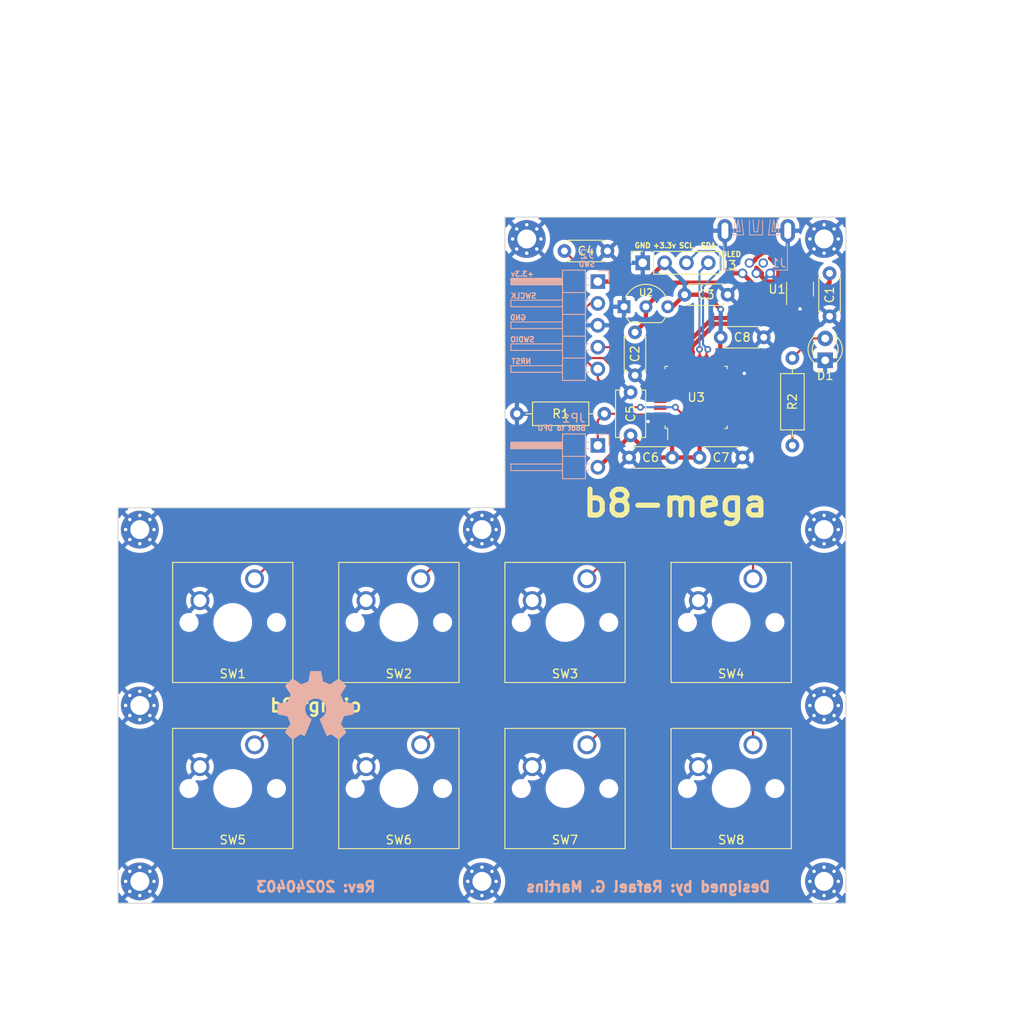
<source format=kicad_pcb>
(kicad_pcb (version 20221018) (generator pcbnew)
  (title_block (title "b8-mega") (date "2024-04-03") (rev "20240403") (comment 3 "Released under CERN Open Hardware Licence Version 2 - Strongly Reciprocal") (comment 4 "Designed by: Rafael G. Martins"))
  (layers (0 "F.Cu" signal) (31 "B.Cu" signal) (34 "B.Paste" user) (35 "F.Paste" user) (36 "B.SilkS" user "B.Silkscreen") (37 "F.SilkS" user "F.Silkscreen") (38 "B.Mask" user) (39 "F.Mask" user) (44 "Edge.Cuts" user))
  (net 0 "")
  (net 1 "GND")
  (net 2 "+3.3V")
  (net 3 "RESET")
  (net 4 "+5V")
  (net 5 "SWCLK")
  (net 6 "SWDIO")
  (net 7 "/USB_CONN_D-")
  (net 8 "/USB_CONN_D+")
  (net 10 "I2C_SCL")
  (net 11 "I2C_SDA")
  (net 12 "Net-(JP1-A)")
  (net 13 "KEY1")
  (net 14 "KEY2")
  (net 15 "KEY3")
  (net 16 "KEY4")
  (net 17 "KEY5")
  (net 18 "KEY6")
  (net 19 "KEY7")
  (net 20 "KEY8")
  (net 23 "LED")
  (net 26 "USB_D-")
  (net 27 "USB_D+")
  (net 34 "Net-(D1-A)")
  (footprint "LED_THT:LED_D3.0mm" (layer "F.Cu") (at 191.643 76.586 90)
    (fp_text reference "D1")
    (fp_text value "LED Green 3mm")
  )
  (footprint "b8:R_YAGEO_MFR-25FTE52_Horizontal" (layer "F.Cu") (at 187.833 86.487 90)
    (fp_text reference "R2")
    (fp_text value "10k")
  )
  (footprint "b8:SW_Cherry_MX_1.00u_PCB" (layer "F.Cu") (at 144.653 121.285)
    (fp_text reference "SW6")
    (fp_text value "Gateron KS-3")
  )
  (footprint "MountingHole:MountingHole_2.2mm_M2_Pad_Via" (layer "F.Cu") (at 191.516 116.713)
    (fp_text reference "H7" hide)
    (fp_text value "MountingHole_Pad")
  )
  (footprint "b8:SW_Cherry_MX_1.00u_PCB" (layer "F.Cu") (at 183.261 121.285)
    (fp_text reference "SW8")
    (fp_text value "Gateron KS-3")
  )
  (footprint "b8:SW_Cherry_MX_1.00u_PCB" (layer "F.Cu") (at 125.349 101.981)
    (fp_text reference "SW1")
    (fp_text value "Gateron KS-3")
  )
  (footprint "b8:SW_Cherry_MX_1.00u_PCB" (layer "F.Cu") (at 163.957 121.285)
    (fp_text reference "SW7")
    (fp_text value "Gateron KS-3")
  )
  (footprint "MountingHole:MountingHole_2.2mm_M2_Pad_Via" (layer "F.Cu") (at 191.516 96.266)
    (fp_text reference "H5" hide)
    (fp_text value "MountingHole_Pad")
  )
  (footprint "b8:C_TDK_FA28" (layer "F.Cu") (at 166.3446 63.881 180)
    (fp_text reference "C4")
    (fp_text value "100n")
  )
  (footprint "b8:R_YAGEO_MFR-25FTE52_Horizontal" (layer "F.Cu") (at 165.989 82.804 180)
    (fp_text reference "R1")
    (fp_text value "10k")
  )
  (footprint "b8:C_TDK_FA28" (layer "F.Cu") (at 180.3146 68.961 180)
    (fp_text reference "C3")
    (fp_text value "1u")
  )
  (footprint "b8:SW_Cherry_MX_1.00u_PCB" (layer "F.Cu") (at 163.957 101.981)
    (fp_text reference "SW3")
    (fp_text value "Gateron KS-3")
  )
  (footprint "Connector_PinSocket_2.54mm:PinSocket_1x04_P2.54mm_Vertical" (layer "F.Cu") (at 170.444 65.253 90)
    (fp_text reference "J3")
    (fp_text value "PIN S 4P")
  )
  (footprint "b8:C_TDK_FA28" (layer "F.Cu") (at 182.038 87.884 180)
    (fp_text reference "C7")
    (fp_text value "100n")
  )
  (footprint "MountingHole:MountingHole_2.2mm_M2_Pad_Via" (layer "F.Cu") (at 191.516 137.16)
    (fp_text reference "H10" hide)
    (fp_text value "MountingHole_Pad")
  )
  (footprint "b8:C_TDK_FA26" (layer "F.Cu") (at 169.037 80.304 -90)
    (fp_text reference "C5")
    (fp_text value "10u")
  )
  (footprint "b8:SW_Cherry_MX_1.00u_PCB" (layer "F.Cu") (at 125.349 121.285)
    (fp_text reference "SW5")
    (fp_text value "Gateron KS-3")
  )
  (footprint "b8:C_TDK_FA28" (layer "F.Cu") (at 184.5056 73.914 180)
    (fp_text reference "C8")
    (fp_text value "100n")
  )
  (footprint "b8:SW_Cherry_MX_1.00u_PCB" (layer "F.Cu") (at 144.653 101.981)
    (fp_text reference "SW2")
    (fp_text value "Gateron KS-3")
  )
  (footprint "MountingHole:MountingHole_2.2mm_M2_Pad_Via" (layer "F.Cu") (at 151.765 137.16)
    (fp_text reference "H9" hide)
    (fp_text value "MountingHole_Pad")
  )
  (footprint "MountingHole:MountingHole_2.2mm_M2_Pad_Via" (layer "F.Cu") (at 112.014 137.16)
    (fp_text reference "H8" hide)
    (fp_text value "MountingHole_Pad")
  )
  (footprint "b8:C_TDK_FA28" (layer "F.Cu") (at 169.545 78.3336 90)
    (fp_text reference "C2")
    (fp_text value "1u")
  )
  (footprint "MountingHole:MountingHole_2.2mm_M2_Pad_Via" (layer "F.Cu") (at 112.014 116.713)
    (fp_text reference "H6" hide)
    (fp_text value "MountingHole_Pad")
  )
  (footprint "MountingHole:MountingHole_2.2mm_M2_Pad_Via" (layer "F.Cu") (at 151.765 96.266)
    (fp_text reference "H4" hide)
    (fp_text value "MountingHole_Pad")
  )
  (footprint "Package_QFP:LQFP-32_7x7mm_P0.8mm" (layer "F.Cu") (at 176.657 80.899 90)
    (fp_text reference "U3")
    (fp_text value "STM32F042K6T6")
  )
  (footprint "MountingHole:MountingHole_2.2mm_M2_Pad_Via" (layer "F.Cu") (at 112.014 96.266)
    (fp_text reference "H3" hide)
    (fp_text value "MountingHole_Pad")
  )
  (footprint "Package_TO_SOT_THT:TO-92_Inline_Wide" (layer "F.Cu") (at 168.275 70.358)
    (fp_text reference "U2")
    (fp_text value "MCP1700-3302E")
  )
  (footprint "b8:C_TDK_FA28" (layer "F.Cu") (at 192.151 71.4756 90)
    (fp_text reference "C1")
    (fp_text value "100n")
  )
  (footprint "MountingHole:MountingHole_2.2mm_M2_Pad_Via" (layer "F.Cu") (at 156.972 62.484)
    (fp_text reference "H1" hide)
    (fp_text value "MountingHole_Pad")
  )
  (footprint "MountingHole:MountingHole_2.2mm_M2_Pad_Via" (layer "F.Cu") (at 191.516 62.484)
    (fp_text reference "H2" hide)
    (fp_text value "MountingHole_Pad")
  )
  (footprint "b8:SW_Cherry_MX_1.00u_PCB" (layer "F.Cu") (at 183.261 101.981)
    (fp_text reference "SW4")
    (fp_text value "Gateron KS-3")
  )
  (footprint "Package_TO_SOT_SMD:SOT-23-6" (layer "F.Cu") (at 188.722 68.326 90)
    (fp_text reference "U1")
    (fp_text value "USBLC6-2SC6")
  )
  (footprint "b8:C_TDK_FA28" (layer "F.Cu") (at 168.863 87.884)
    (fp_text reference "C6")
    (fp_text value "100n")
  )
  (footprint "Connector_PinHeader_2.54mm:PinHeader_1x05_P2.54mm_Horizontal" (layer "B.Cu") (at 165.227 67.437 180)
    (fp_text reference "J2")
    (fp_text value "PIN H 5P")
  )
  (footprint "Symbol:OSHW-Symbol_8.9x8mm_SilkScreen" (layer "B.Cu") (at 132.461 116.713 180)
    (fp_text reference "REF**" hide)
    (fp_text value "OSHW-Symbol_8.9x8mm_SilkScreen" hide)
  )
  (footprint "Connector_PinHeader_2.54mm:PinHeader_1x02_P2.54mm_Horizontal" (layer "B.Cu") (at 165.227 86.482 180)
    (fp_text reference "JP1")
    (fp_text value "BOOT")
  )
  (footprint "b8:USB_Mini-B_PTH" (layer "B.Cu") (at 182.042 66.476)
    (fp_text reference "J1")
    (fp_text value "USB_B_Mini" hide)
  )
  (gr_line (start 154.432 59.944) (end 154.432 93.726) (stroke (width 0.1)) (layer "Edge.Cuts"))
  (gr_line (start 109.474 139.7) (end 194.056 139.7) (stroke (width 0.1)) (layer "Edge.Cuts"))
  (gr_line (start 109.474 93.726) (end 154.432 93.726) (stroke (width 0.1)) (layer "Edge.Cuts"))
  (gr_line (start 194.056 139.7) (end 194.056 59.944) (stroke (width 0.1)) (layer "Edge.Cuts"))
  (gr_line (start 194.056 59.944) (end 154.432 59.944) (stroke (width 0.1)) (layer "Edge.Cuts"))
  (gr_line (start 109.474 93.726) (end 109.474 139.7) (stroke (width 0.1)) (layer "Edge.Cuts"))
  (gr_text "Rev: ${REVISION}" (at 132.461 137.795) (layer "B.SilkS") (effects (font (size 1.2 1.2) (thickness 0.3) bold) (justify mirror)))
  (gr_text "${COMMENT4}" (at 171.069 137.795) (layer "B.SilkS") (effects (font (size 1.2 1.2) (thickness 0.3) bold) (justify mirror)))
  (gr_text "b8.rgm.io" (at 132.461 116.713) (layer "F.SilkS") (effects (font (size 1.5 1.5) (thickness 0.3) bold)))
  (gr_text "b8-mega" (at 174.244 93.218) (layer "F.SilkS") (effects (font (size 3 3) (thickness 0.6) bold)))
  (segment (start 182.239 78.099) (end 182.245 78.105) (width 0.5) (layer "F.Cu") (net 1))
  (segment (start 180.832 78.099) (end 182.239 78.099) (width 0.5) (layer "F.Cu") (net 1))
  (segment (start 171.069 83.699) (end 172.482 83.699) (width 0.5) (layer "F.Cu") (net 1))
  (segment (start 188.722 69.4635) (end 188.722 70.612) (width 0.5) (layer "F.Cu") (net 1))
  (via (at 188.722 70.612) (size 0.8) (drill 0.4) (layers "F.Cu" "B.Cu") (net 1))
  (via (at 171.069 83.699) (size 0.8) (drill 0.4) (layers "F.Cu" "B.Cu") (net 1))
  (via (at 182.245 78.105) (size 0.8) (drill 0.4) (layers "F.Cu" "B.Cu") (net 1))
  (segment (start 173.355 70.358) (end 173.9176 70.358) (width 0.5) (layer "F.Cu") (net 2))
  (segment (start 179.457 76.724) (end 179.457 81.401) (width 0.5) (layer "F.Cu") (net 2))
  (segment (start 175.3146 68.961) (end 177.8 68.961) (width 0.5) (layer "F.Cu") (net 2))
  (segment (start 177.057 87.865) (end 177.038 87.884) (width 0.5) (layer "F.Cu") (net 2))
  (segment (start 177.057 83.801) (end 177.057 85.074) (width 0.5) (layer "F.Cu") (net 2))
  (segment (start 179.457 76.724) (end 179.457 73.9626) (width 0.5) (layer "F.Cu") (net 2))
  (segment (start 179.457 81.401) (end 177.057 83.801) (width 0.5) (layer "F.Cu") (net 2))
  (segment (start 173.9176 70.358) (end 175.3146 68.961) (width 0.5) (layer "F.Cu") (net 2))
  (segment (start 173.857 87.878) (end 173.863 87.884) (width 0.5) (layer "F.Cu") (net 2))
  (segment (start 172.984 65.253) (end 170.8 67.437) (width 0.5) (layer "F.Cu") (net 2))
  (segment (start 177.8 68.961) (end 179.5056 70.6666) (width 0.5) (layer "F.Cu") (net 2))
  (segment (start 177.038 87.884) (end 173.863 87.884) (width 0.5) (layer "F.Cu") (net 2))
  (segment (start 177.057 85.074) (end 177.057 87.865) (width 0.5) (layer "F.Cu") (net 2))
  (segment (start 170.8 67.437) (end 165.227 67.437) (width 0.5) (layer "F.Cu") (net 2))
  (segment (start 165.319 89.022) (end 165.227 89.022) (width 0.5) (layer "F.Cu") (net 2))
  (segment (start 173.857 85.074) (end 173.857 87.878) (width 0.5) (layer "F.Cu") (net 2))
  (segment (start 173.863 87.884) (end 171.617 87.884) (width 0.5) (layer "F.Cu") (net 2))
  (segment (start 171.617 87.884) (end 169.037 85.304) (width 0.5) (layer "F.Cu") (net 2))
  (segment (start 179.457 73.9626) (end 179.5056 73.914) (width 0.5) (layer "F.Cu") (net 2))
  (segment (start 169.037 85.304) (end 165.319 89.022) (width 0.5) (layer "F.Cu") (net 2))
  (via (at 179.5056 70.6666) (size 0.8) (drill 0.4) (layers "F.Cu" "B.Cu") (net 2))
  (segment (start 175.3146 68.961) (end 175.3146 67.5836) (width 0.5) (layer "B.Cu") (net 2))
  (segment (start 175.3146 67.5836) (end 172.984 65.253) (width 0.5) (layer "B.Cu") (net 2))
  (segment (start 179.5056 70.6666) (end 179.5056 73.914) (width 0.5) (layer "B.Cu") (net 2))
  (segment (start 163.165999 75.916999) (end 163.165999 65.702399) (width 0.25) (layer "F.Cu") (net 3))
  (segment (start 165.227 77.597) (end 164.846 77.597) (width 0.25) (layer "F.Cu") (net 3))
  (segment (start 176.257 85.074) (end 176.257 84.055) (width 0.25) (layer "F.Cu") (net 3))
  (segment (start 165.227 78.232) (end 164.901172 78.232) (width 0.25) (layer "F.Cu") (net 3))
  (segment (start 164.846 77.597) (end 163.165999 75.916999) (width 0.25) (layer "F.Cu") (net 3))
  (segment (start 165.227 78.232) (end 165.227 77.597) (width 0.25) (layer "F.Cu") (net 3))
  (segment (start 176.257 84.055) (end 174.244 82.042) (width 0.25) (layer "F.Cu") (net 3))
  (segment (start 170.18 82.042) (end 168.529 82.042) (width 0.25) (layer "F.Cu") (net 3))
  (segment (start 168.529 82.042) (end 165.227 78.74) (width 0.25) (layer "F.Cu") (net 3))
  (segment (start 165.227 78.74) (end 165.227 78.232) (width 0.25) (layer "F.Cu") (net 3))
  (segment (start 163.165999 65.702399) (end 161.3446 63.881) (width 0.25) (layer "F.Cu") (net 3))
  (via (at 174.244 82.042) (size 0.8) (drill 0.4) (layers "F.Cu" "B.Cu") (net 3))
  (via (at 170.18 82.042) (size 0.8) (drill 0.4) (layers "F.Cu" "B.Cu") (net 3))
  (segment (start 174.244 82.042) (end 170.18 82.042) (width 0.25) (layer "B.Cu") (net 3))
  (segment (start 170.815 70.358) (end 170.815 72.0636) (width 0.5) (layer "F.Cu") (net 4))
  (segment (start 179.451 67.564) (end 173.609 67.564) (width 0.5) (layer "F.Cu") (net 4))
  (segment (start 183.892 68.326) (end 182.042 66.476) (width 0.5) (layer "F.Cu") (net 4))
  (segment (start 188.722 67.850999) (end 188.246999 68.326) (width 0.5) (layer "F.Cu") (net 4))
  (segment (start 191.389 68.326) (end 192.151 67.564) (width 0.5) (layer "F.Cu") (net 4))
  (segment (start 192.151 67.564) (end 192.151 66.4756) (width 0.5) (layer "F.Cu") (net 4))
  (segment (start 189.23 68.326) (end 191.389 68.326) (width 0.5) (layer "F.Cu") (net 4))
  (segment (start 170.815 72.0636) (end 169.545 73.3336) (width 0.5) (layer "F.Cu") (net 4))
  (segment (start 188.246999 68.326) (end 183.892 68.326) (width 0.5) (layer "F.Cu") (net 4))
  (segment (start 180.539 66.476) (end 179.451 67.564) (width 0.5) (layer "F.Cu") (net 4))
  (segment (start 188.722 67.1885) (end 188.722 67.818) (width 0.5) (layer "F.Cu") (net 4))
  (segment (start 188.722 67.1885) (end 188.722 67.850999) (width 0.5) (layer "F.Cu") (net 4))
  (segment (start 173.609 67.564) (end 170.815 70.358) (width 0.5) (layer "F.Cu") (net 4))
  (segment (start 182.042 66.476) (end 180.539 66.476) (width 0.5) (layer "F.Cu") (net 4))
  (segment (start 188.722 67.818) (end 189.23 68.326) (width 0.5) (layer "F.Cu") (net 4))
  (segment (start 167.894 76.962) (end 166.497 76.962) (width 0.25) (layer "F.Cu") (net 5))
  (segment (start 163.576 70.739) (end 164.338 69.977) (width 0.25) (layer "F.Cu") (net 5))
  (segment (start 165.862 76.327) (end 164.155828 76.327) (width 0.25) (layer "F.Cu") (net 5))
  (segment (start 169.545 75.311) (end 167.894 76.962) (width 0.25) (layer "F.Cu") (net 5))
  (segment (start 173.609 75.311) (end 169.545 75.311) (width 0.25) (layer "F.Cu") (net 5))
  (segment (start 164.338 69.977) (end 165.227 69.977) (width 0.25) (layer "F.Cu") (net 5))
  (segment (start 173.857 75.559) (end 173.609 75.311) (width 0.25) (layer "F.Cu") (net 5))
  (segment (start 166.497 76.962) (end 165.862 76.327) (width 0.25) (layer "F.Cu") (net 5))
  (segment (start 163.576 75.747172) (end 163.576 70.739) (width 0.25) (layer "F.Cu") (net 5))
  (segment (start 164.155828 76.327) (end 163.576 75.747172) (width 0.25) (layer "F.Cu") (net 5))
  (segment (start 173.857 76.724) (end 173.857 75.559) (width 0.25) (layer "F.Cu") (net 5))
  (segment (start 169.219172 75.057) (end 165.227 75.057) (width 0.25) (layer "F.Cu") (net 6))
  (segment (start 174.657 76.724) (end 174.657 75.779172) (width 0.25) (layer "F.Cu") (net 6))
  (segment (start 173.778828 74.901) (end 169.375172 74.901) (width 0.25) (layer "F.Cu") (net 6))
  (segment (start 169.375172 74.901) (end 169.219172 75.057) (width 0.25) (layer "F.Cu") (net 6))
  (segment (start 174.657 75.779172) (end 173.778828 74.901) (width 0.25) (layer "F.Cu") (net 6))
  (segment (start 187.969692 64.059) (end 189.052 65.141308) (width 0.5) (layer "F.Cu") (net 7))
  (segment (start 184.044354 64.316) (end 184.135309 64.316) (width 0.5) (layer "F.Cu") (net 7))
  (segment (start 189.052 65.574749) (end 189.672 66.194749) (width 0.5) (layer "F.Cu") (net 7))
  (segment (start 189.672 66.194749) (end 189.672 67.1885) (width 0.5) (layer "F.Cu") (net 7))
  (segment (start 183.482 64.969309) (end 183.482 64.878354) (width 0.5) (layer "F.Cu") (net 7))
  (segment (start 183.175309 65.276) (end 183.482 64.969309) (width 0.5) (layer "F.Cu") (net 7))
  (segment (start 182.842 65.276) (end 183.175309 65.276) (width 0.5) (layer "F.Cu") (net 7))
  (segment (start 184.392309 64.059) (end 187.969692 64.059) (width 0.5) (layer "F.Cu") (net 7))
  (segment (start 184.135309 64.316) (end 184.392309 64.059) (width 0.5) (layer "F.Cu") (net 7))
  (segment (start 183.482 64.878354) (end 184.044354 64.316) (width 0.5) (layer "F.Cu") (net 7))
  (segment (start 189.052 65.141308) (end 189.052 65.574749) (width 0.5) (layer "F.Cu") (net 7))
  (segment (start 184.282 66.873646) (end 184.844354 67.436) (width 0.5) (layer "F.Cu") (net 8))
  (segment (start 184.844354 67.436) (end 185.639646 67.436) (width 0.5) (layer "F.Cu") (net 8))
  (segment (start 188.392 65.414692) (end 188.392 65.574749) (width 0.5) (layer "F.Cu") (net 8))
  (segment (start 186.202 65.678354) (end 185.242646 64.719) (width 0.5) (layer "F.Cu") (net 8))
  (segment (start 187.772 66.194749) (end 187.772 67.1885) (width 0.5) (layer "F.Cu") (net 8))
  (segment (start 186.202 66.873646) (end 186.202 65.678354) (width 0.5) (layer "F.Cu") (net 8))
  (segment (start 187.696308 64.719) (end 188.392 65.414692) (width 0.5) (layer "F.Cu") (net 8))
  (segment (start 183.642 66.476) (end 183.642 65.833646) (width 0.5) (layer "F.Cu") (net 8))
  (segment (start 185.242646 64.719) (end 187.696308 64.719) (width 0.5) (layer "F.Cu") (net 8))
  (segment (start 188.392 65.574749) (end 187.772 66.194749) (width 0.5) (layer "F.Cu") (net 8))
  (segment (start 185.639646 67.436) (end 186.202 66.873646) (width 0.5) (layer "F.Cu") (net 8))
  (segment (start 183.642 65.833646) (end 184.282 66.473646) (width 0.5) (layer "F.Cu") (net 8))
  (segment (start 184.282 66.473646) (end 184.282 66.873646) (width 0.5) (layer "F.Cu") (net 8))
  (segment (start 177.857 75.452003) (end 177.998003 75.311) (width 0.25) (layer "F.Cu") (net 10))
  (segment (start 177.857 76.724) (end 177.857 75.452003) (width 0.25) (layer "F.Cu") (net 10))
  (via (at 177.998003 75.311) (size 0.8) (drill 0.4) (layers "F.Cu" "B.Cu") (net 10))
  (segment (start 177.998003 75.302266) (end 177.448 74.752263) (width 0.25) (layer "B.Cu") (net 10))
  (segment (start 178.816 63.881) (end 176.896 63.881) (width 0.25) (layer "B.Cu") (net 10))
  (segment (start 179.451 66.04) (end 179.451 64.516) (width 0.25) (layer "B.Cu") (net 10))
  (segment (start 177.448 74.752263) (end 177.448 68.043) (width 0.25) (layer "B.Cu") (net 10))
  (segment (start 176.896 63.881) (end 175.524 65.253) (width 0.25) (layer "B.Cu") (net 10))
  (segment (start 177.998003 75.311) (end 177.998003 75.302266) (width 0.25) (layer "B.Cu") (net 10))
  (segment (start 179.451 64.516) (end 178.816 63.881) (width 0.25) (layer "B.Cu") (net 10))
  (segment (start 177.448 68.043) (end 179.451 66.04) (width 0.25) (layer "B.Cu") (net 10))
  (segment (start 177.057 76.724) (end 177.057 75.33) (width 0.25) (layer "F.Cu") (net 11))
  (segment (start 177.057 75.33) (end 177.038 75.311) (width 0.25) (layer "F.Cu") (net 11))
  (via (at 177.038 75.311) (size 0.8) (drill 0.4) (layers "F.Cu" "B.Cu") (net 11))
  (segment (start 177.038 66.279) (end 178.064 65.253) (width 0.25) (layer "B.Cu") (net 11))
  (segment (start 177.038 75.311) (end 177.038 66.279) (width 0.25) (layer "B.Cu") (net 11))
  (segment (start 165.227 86.482) (end 165.227 83.566) (width 0.25) (layer "F.Cu") (net 12))
  (segment (start 168.497 82.899) (end 168.402 82.804) (width 0.25) (layer "F.Cu") (net 12))
  (segment (start 172.482 82.899) (end 168.497 82.899) (width 0.25) (layer "F.Cu") (net 12))
  (segment (start 168.402 82.804) (end 165.989 82.804) (width 0.25) (layer "F.Cu") (net 12))
  (segment (start 165.227 83.566) (end 165.989 82.804) (width 0.25) (layer "F.Cu") (net 12))
  (segment (start 177.857 85.074) (end 177.857 85.974828) (width 0.25) (layer "F.Cu") (net 13))
  (segment (start 179.139 90.736) (end 170.336 99.539) (width 0.25) (layer "F.Cu") (net 13))
  (segment (start 170.336 99.539) (end 127.791 99.539) (width 0.25) (layer "F.Cu") (net 13))
  (segment (start 127.791 99.539) (end 125.349 101.981) (width 0.25) (layer "F.Cu") (net 13))
  (segment (start 177.857 85.974828) (end 179.139 87.256828) (width 0.25) (layer "F.Cu") (net 13))
  (segment (start 179.139 87.256828) (end 179.139 90.736) (width 0.25) (layer "F.Cu") (net 13))
  (segment (start 179.549 90.905828) (end 170.505828 99.949) (width 0.25) (layer "F.Cu") (net 14))
  (segment (start 178.657 86.195) (end 179.549 87.087) (width 0.25) (layer "F.Cu") (net 14))
  (segment (start 178.657 85.074) (end 178.657 86.195) (width 0.25) (layer "F.Cu") (net 14))
  (segment (start 146.685 99.949) (end 144.653 101.981) (width 0.25) (layer "F.Cu") (net 14))
  (segment (start 179.549 87.087) (end 179.549 90.905828) (width 0.25) (layer "F.Cu") (net 14))
  (segment (start 170.505828 99.949) (end 146.685 99.949) (width 0.25) (layer "F.Cu") (net 14))
  (segment (start 179.959 91.075656) (end 170.675656 100.359) (width 0.25) (layer "F.Cu") (net 15))
  (segment (start 170.675656 100.359) (end 165.579 100.359) (width 0.25) (layer "F.Cu") (net 15))
  (segment (start 179.457 86.415172) (end 179.959 86.917172) (width 0.25) (layer "F.Cu") (net 15))
  (segment (start 179.959 86.917172) (end 179.959 91.075656) (width 0.25) (layer "F.Cu") (net 15))
  (segment (start 165.579 100.359) (end 163.957 101.981) (width 0.25) (layer "F.Cu") (net 15))
  (segment (start 179.457 85.074) (end 179.457 86.415172) (width 0.25) (layer "F.Cu") (net 15))
  (segment (start 183.405 83.699) (end 183.907 84.201) (width 0.25) (layer "F.Cu") (net 16))
  (segment (start 183.907 84.201) (end 183.907 98.287) (width 0.25) (layer "F.Cu") (net 16))
  (segment (start 180.832 83.699) (end 183.405 83.699) (width 0.25) (layer "F.Cu") (net 16))
  (segment (start 183.261 98.933) (end 183.261 101.981) (width 0.25) (layer "F.Cu") (net 16))
  (segment (start 183.907 98.287) (end 183.261 98.933) (width 0.25) (layer "F.Cu") (net 16))
  (segment (start 184.023 115.189) (end 131.445 115.189) (width 0.25) (layer "F.Cu") (net 17))
  (segment (start 131.445 115.189) (end 125.349 121.285) (width 0.25) (layer "F.Cu") (net 17))
  (segment (start 184.317 98.211) (end 188.087 101.981) (width 0.25) (layer "F.Cu") (net 17))
  (segment (start 188.087 111.125) (end 184.023 115.189) (width 0.25) (layer "F.Cu") (net 17))
  (segment (start 188.087 101.981) (end 188.087 111.125) (width 0.25) (layer "F.Cu") (net 17))
  (segment (start 180.832 82.899) (end 183.184828 82.899) (width 0.25) (layer "F.Cu") (net 17))
  (segment (start 183.184828 82.899) (end 184.317 84.031172) (width 0.25) (layer "F.Cu") (net 17))
  (segment (start 184.317 84.031172) (end 184.317 98.211) (width 0.25) (layer "F.Cu") (net 17))
  (segment (start 184.727 83.861344) (end 184.727 98.041172) (width 0.25) (layer "F.Cu") (net 18))
  (segment (start 188.497 111.294828) (end 184.192827 115.599001) (width 0.25) (layer "F.Cu") (net 18))
  (segment (start 180.832 82.099) (end 182.964656 82.099) (width 0.25) (layer "F.Cu") (net 18))
  (segment (start 182.964656 82.099) (end 184.727 83.861344) (width 0.25) (layer "F.Cu") (net 18))
  (segment (start 150.338999 115.599001) (end 144.653 121.285) (width 0.25) (layer "F.Cu") (net 18))
  (segment (start 184.192827 115.599001) (end 150.338999 115.599001) (width 0.25) (layer "F.Cu") (net 18))
  (segment (start 188.497 101.811172) (end 188.497 111.294828) (width 0.25) (layer "F.Cu") (net 18))
  (segment (start 184.727 98.041172) (end 188.497 101.811172) (width 0.25) (layer "F.Cu") (net 18))
  (segment (start 185.137 83.691516) (end 185.137 97.871344) (width 0.25) (layer "F.Cu") (net 19))
  (segment (start 181.229 116.078) (end 181.160001 116.009001) (width 0.25) (layer "F.Cu") (net 19))
  (segment (start 188.907 111.464656) (end 184.293656 116.078) (width 0.25) (layer "F.Cu") (net 19))
  (segment (start 184.293656 116.078) (end 181.229 116.078) (width 0.25) (layer "F.Cu") (net 19))
  (segment (start 185.137 97.871344) (end 188.907 101.641344) (width 0.25) (layer "F.Cu") (net 19))
  (segment (start 182.744484 81.299) (end 185.137 83.691516) (width 0.25) (layer "F.Cu") (net 19))
  (segment (start 188.907 101.641344) (end 188.907 111.464656) (width 0.25) (layer "F.Cu") (net 19))
  (segment (start 180.832 81.299) (end 182.744484 81.299) (width 0.25) (layer "F.Cu") (net 19))
  (segment (start 181.160001 116.009001) (end 169.232999 116.009001) (width 0.25) (layer "F.Cu") (net 19))
  (segment (start 169.232999 116.009001) (end 163.957 121.285) (width 0.25) (layer "F.Cu") (net 19))
  (segment (start 180.832 80.499) (end 182.524312 80.499) (width 0.25) (layer "F.Cu") (net 20))
  (segment (start 185.547 97.701516) (end 189.317 101.471516) (width 0.25) (layer "F.Cu") (net 20))
  (segment (start 182.524312 80.499) (end 185.547 83.521688) (width 0.25) (layer "F.Cu") (net 20))
  (segment (start 189.317 101.471516) (end 189.317 111.634484) (width 0.25) (layer "F.Cu") (net 20))
  (segment (start 189.317 111.634484) (end 183.261 117.690484) (width 0.25) (layer "F.Cu") (net 20))
  (segment (start 183.261 117.690484) (end 183.261 121.285) (width 0.25) (layer "F.Cu") (net 20))
  (segment (start 185.547 83.521688) (end 185.547 97.701516) (width 0.25) (layer "F.Cu") (net 20))
  (segment (start 180.832 79.699) (end 182.245 79.699) (width 0.25) (layer "F.Cu") (net 23))
  (segment (start 182.30414 79.699) (end 182.245 79.699) (width 0.25) (layer "F.Cu") (net 23))
  (segment (start 187.833 85.22786) (end 182.30414 79.699) (width 0.25) (layer "F.Cu") (net 23))
  (segment (start 187.833 86.487) (end 187.833 85.22786) (width 0.25) (layer "F.Cu") (net 23))
  (segment (start 189.672 70.457251) (end 189.672 69.4635) (width 0.5) (layer "F.Cu") (net 26))
  (segment (start 189.532 70.947513) (end 189.532 70.597251) (width 0.5) (layer "F.Cu") (net 26))
  (segment (start 176.187 75.528999) (end 176.187 74.977692) (width 0.5) (layer "F.Cu") (net 26))
  (segment (start 189.532 70.597251) (end 189.672 70.457251) (width 0.5) (layer "F.Cu") (net 26))
  (segment (start 188.162061 73.101) (end 189.052 72.211061) (width 0.5) (layer "F.Cu") (net 26))
  (segment (start 178.825692 72.339) (end 185.664308 72.339) (width 0.5) (layer "F.Cu") (net 26))
  (segment (start 176.187 74.977692) (end 178.825692 72.339) (width 0.5) (layer "F.Cu") (net 26))
  (segment (start 186.426308 73.101) (end 188.162061 73.101) (width 0.5) (layer "F.Cu") (net 26))
  (segment (start 189.052 71.427513) (end 189.532 70.947513) (width 0.5) (layer "F.Cu") (net 26))
  (segment (start 185.664308 72.339) (end 186.426308 73.101) (width 0.5) (layer "F.Cu") (net 26))
  (segment (start 176.257 75.598999) (end 176.187 75.528999) (width 0.5) (layer "F.Cu") (net 26))
  (segment (start 189.052 72.211061) (end 189.052 71.427513) (width 0.5) (layer "F.Cu") (net 26))
  (segment (start 176.257 76.724) (end 176.257 75.598999) (width 0.5) (layer "F.Cu") (net 26))
  (segment (start 187.888677 72.441) (end 188.392 71.937677) (width 0.5) (layer "F.Cu") (net 27))
  (segment (start 187.912 70.947513) (end 187.912 70.597251) (width 0.5) (layer "F.Cu") (net 27))
  (segment (start 186.699692 72.441) (end 187.888677 72.441) (width 0.5) (layer "F.Cu") (net 27))
  (segment (start 178.552308 71.679) (end 185.937692 71.679) (width 0.5) (layer "F.Cu") (net 27))
  (segment (start 175.457 76.724) (end 175.457 75.598999) (width 0.5) (layer "F.Cu") (net 27))
  (segment (start 175.527 75.528999) (end 175.527 74.704308) (width 0.5) (layer "F.Cu") (net 27))
  (segment (start 175.527 74.704308) (end 178.552308 71.679) (width 0.5) (layer "F.Cu") (net 27))
  (segment (start 188.392 71.427513) (end 187.912 70.947513) (width 0.5) (layer "F.Cu") (net 27))
  (segment (start 188.392 71.937677) (end 188.392 71.427513) (width 0.5) (layer "F.Cu") (net 27))
  (segment (start 185.937692 71.679) (end 186.699692 72.441) (width 0.5) (layer "F.Cu") (net 27))
  (segment (start 175.457 75.598999) (end 175.527 75.528999) (width 0.5) (layer "F.Cu") (net 27))
  (segment (start 187.772 70.457251) (end 187.772 69.4635) (width 0.5) (layer "F.Cu") (net 27))
  (segment (start 187.912 70.597251) (end 187.772 70.457251) (width 0.5) (layer "F.Cu") (net 27))
  (segment (start 191.643 74.046) (end 190.114 74.046) (width 0.25) (layer "F.Cu") (net 34))
  (segment (start 190.114 74.046) (end 189.9285 74.2315) (width 0.25) (layer "F.Cu") (net 34))
  (segment (start 189.9285 74.2315) (end 187.833 76.327) (width 0.25) (layer "F.Cu") (net 34))
  (zone (net 1) (net_name "GND") (layer "B.Cu") (connect_pads (clearance 0.5)) (min_thickness 0.25) (fill yes (thermal_gap 0.5) (thermal_bridge_width 0.5))
    (polygon (pts (xy 154.432 59.944) (xy 194.056 59.944) (xy 194.056 139.7) (xy 109.474 139.7) (xy 109.474 93.726) (xy 154.432 93.726)))
  )
)
</source>
